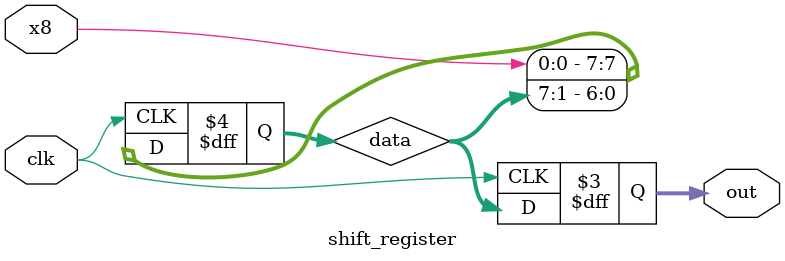
<source format=v>
module shift_register(
		input x8,
		input clk,
		output reg [7:0] out
		);
		
		reg [7:0] data = 8'b00000001;

		always @(posedge clk) begin
			data <= {x8, data[7:1]};
			out <= data;
		end

endmodule

</source>
